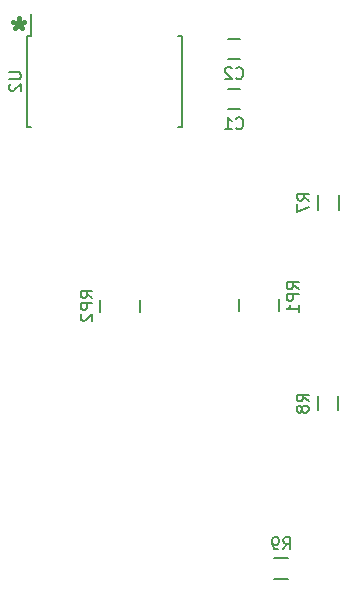
<source format=gbo>
G04 #@! TF.FileFunction,Legend,Bot*
%FSLAX46Y46*%
G04 Gerber Fmt 4.6, Leading zero omitted, Abs format (unit mm)*
G04 Created by KiCad (PCBNEW (2016-01-25 BZR 6514, Git a23e712)-product) date Tue 24 May 2016 06:15:30 PM CST*
%MOMM*%
G01*
G04 APERTURE LIST*
%ADD10C,0.100000*%
%ADD11C,0.400000*%
%ADD12C,0.150000*%
G04 APERTURE END LIST*
D10*
D11*
X6500000Y55845238D02*
X6500000Y55369048D01*
X6023809Y55559524D02*
X6500000Y55369048D01*
X6976190Y55559524D01*
X6214285Y54988095D02*
X6500000Y55369048D01*
X6785714Y54988095D01*
D12*
X28525000Y31050000D02*
X28525000Y32050000D01*
X25175000Y31050000D02*
X25175000Y32050000D01*
X7175000Y54375000D02*
X7510000Y54375000D01*
X7175000Y46625000D02*
X7510000Y46625000D01*
X20325000Y46625000D02*
X19990000Y46625000D01*
X20325000Y54375000D02*
X19990000Y54375000D01*
X7175000Y54375000D02*
X7175000Y46625000D01*
X20325000Y54375000D02*
X20325000Y46625000D01*
X7510000Y54375000D02*
X7510000Y56175000D01*
X25250000Y48150000D02*
X24250000Y48150000D01*
X24250000Y49850000D02*
X25250000Y49850000D01*
X25250000Y52400000D02*
X24250000Y52400000D01*
X24250000Y54100000D02*
X25250000Y54100000D01*
X33625000Y39650000D02*
X33625000Y40850000D01*
X31875000Y40850000D02*
X31875000Y39650000D01*
X33575000Y22650000D02*
X33575000Y23850000D01*
X31825000Y23850000D02*
X31825000Y22650000D01*
X28150000Y8375000D02*
X29350000Y8375000D01*
X29350000Y10125000D02*
X28150000Y10125000D01*
X16775000Y31000000D02*
X16775000Y32000000D01*
X13425000Y31000000D02*
X13425000Y32000000D01*
X30202381Y32916666D02*
X29726190Y33250000D01*
X30202381Y33488095D02*
X29202381Y33488095D01*
X29202381Y33107142D01*
X29250000Y33011904D01*
X29297619Y32964285D01*
X29392857Y32916666D01*
X29535714Y32916666D01*
X29630952Y32964285D01*
X29678571Y33011904D01*
X29726190Y33107142D01*
X29726190Y33488095D01*
X30202381Y32488095D02*
X29202381Y32488095D01*
X29202381Y32107142D01*
X29250000Y32011904D01*
X29297619Y31964285D01*
X29392857Y31916666D01*
X29535714Y31916666D01*
X29630952Y31964285D01*
X29678571Y32011904D01*
X29726190Y32107142D01*
X29726190Y32488095D01*
X30202381Y30964285D02*
X30202381Y31535714D01*
X30202381Y31250000D02*
X29202381Y31250000D01*
X29345238Y31345238D01*
X29440476Y31440476D01*
X29488095Y31535714D01*
X5702381Y51261905D02*
X6511905Y51261905D01*
X6607143Y51214286D01*
X6654762Y51166667D01*
X6702381Y51071429D01*
X6702381Y50880952D01*
X6654762Y50785714D01*
X6607143Y50738095D01*
X6511905Y50690476D01*
X5702381Y50690476D01*
X5797619Y50261905D02*
X5750000Y50214286D01*
X5702381Y50119048D01*
X5702381Y49880952D01*
X5750000Y49785714D01*
X5797619Y49738095D01*
X5892857Y49690476D01*
X5988095Y49690476D01*
X6130952Y49738095D01*
X6702381Y50309524D01*
X6702381Y49690476D01*
X24916666Y46542857D02*
X24964285Y46495238D01*
X25107142Y46447619D01*
X25202380Y46447619D01*
X25345238Y46495238D01*
X25440476Y46590476D01*
X25488095Y46685714D01*
X25535714Y46876190D01*
X25535714Y47019048D01*
X25488095Y47209524D01*
X25440476Y47304762D01*
X25345238Y47400000D01*
X25202380Y47447619D01*
X25107142Y47447619D01*
X24964285Y47400000D01*
X24916666Y47352381D01*
X23964285Y46447619D02*
X24535714Y46447619D01*
X24250000Y46447619D02*
X24250000Y47447619D01*
X24345238Y47304762D01*
X24440476Y47209524D01*
X24535714Y47161905D01*
X24916666Y50792857D02*
X24964285Y50745238D01*
X25107142Y50697619D01*
X25202380Y50697619D01*
X25345238Y50745238D01*
X25440476Y50840476D01*
X25488095Y50935714D01*
X25535714Y51126190D01*
X25535714Y51269048D01*
X25488095Y51459524D01*
X25440476Y51554762D01*
X25345238Y51650000D01*
X25202380Y51697619D01*
X25107142Y51697619D01*
X24964285Y51650000D01*
X24916666Y51602381D01*
X24535714Y51602381D02*
X24488095Y51650000D01*
X24392857Y51697619D01*
X24154761Y51697619D01*
X24059523Y51650000D01*
X24011904Y51602381D01*
X23964285Y51507143D01*
X23964285Y51411905D01*
X24011904Y51269048D01*
X24583333Y50697619D01*
X23964285Y50697619D01*
X31102381Y40416666D02*
X30626190Y40750000D01*
X31102381Y40988095D02*
X30102381Y40988095D01*
X30102381Y40607142D01*
X30150000Y40511904D01*
X30197619Y40464285D01*
X30292857Y40416666D01*
X30435714Y40416666D01*
X30530952Y40464285D01*
X30578571Y40511904D01*
X30626190Y40607142D01*
X30626190Y40988095D01*
X30102381Y40083333D02*
X30102381Y39416666D01*
X31102381Y39845238D01*
X31052381Y23416666D02*
X30576190Y23750000D01*
X31052381Y23988095D02*
X30052381Y23988095D01*
X30052381Y23607142D01*
X30100000Y23511904D01*
X30147619Y23464285D01*
X30242857Y23416666D01*
X30385714Y23416666D01*
X30480952Y23464285D01*
X30528571Y23511904D01*
X30576190Y23607142D01*
X30576190Y23988095D01*
X30480952Y22845238D02*
X30433333Y22940476D01*
X30385714Y22988095D01*
X30290476Y23035714D01*
X30242857Y23035714D01*
X30147619Y22988095D01*
X30100000Y22940476D01*
X30052381Y22845238D01*
X30052381Y22654761D01*
X30100000Y22559523D01*
X30147619Y22511904D01*
X30242857Y22464285D01*
X30290476Y22464285D01*
X30385714Y22511904D01*
X30433333Y22559523D01*
X30480952Y22654761D01*
X30480952Y22845238D01*
X30528571Y22940476D01*
X30576190Y22988095D01*
X30671429Y23035714D01*
X30861905Y23035714D01*
X30957143Y22988095D01*
X31004762Y22940476D01*
X31052381Y22845238D01*
X31052381Y22654761D01*
X31004762Y22559523D01*
X30957143Y22511904D01*
X30861905Y22464285D01*
X30671429Y22464285D01*
X30576190Y22511904D01*
X30528571Y22559523D01*
X30480952Y22654761D01*
X28916666Y10897619D02*
X29250000Y11373810D01*
X29488095Y10897619D02*
X29488095Y11897619D01*
X29107142Y11897619D01*
X29011904Y11850000D01*
X28964285Y11802381D01*
X28916666Y11707143D01*
X28916666Y11564286D01*
X28964285Y11469048D01*
X29011904Y11421429D01*
X29107142Y11373810D01*
X29488095Y11373810D01*
X28440476Y10897619D02*
X28250000Y10897619D01*
X28154761Y10945238D01*
X28107142Y10992857D01*
X28011904Y11135714D01*
X27964285Y11326190D01*
X27964285Y11707143D01*
X28011904Y11802381D01*
X28059523Y11850000D01*
X28154761Y11897619D01*
X28345238Y11897619D01*
X28440476Y11850000D01*
X28488095Y11802381D01*
X28535714Y11707143D01*
X28535714Y11469048D01*
X28488095Y11373810D01*
X28440476Y11326190D01*
X28345238Y11278571D01*
X28154761Y11278571D01*
X28059523Y11326190D01*
X28011904Y11373810D01*
X27964285Y11469048D01*
X12752381Y32166666D02*
X12276190Y32500000D01*
X12752381Y32738095D02*
X11752381Y32738095D01*
X11752381Y32357142D01*
X11800000Y32261904D01*
X11847619Y32214285D01*
X11942857Y32166666D01*
X12085714Y32166666D01*
X12180952Y32214285D01*
X12228571Y32261904D01*
X12276190Y32357142D01*
X12276190Y32738095D01*
X12752381Y31738095D02*
X11752381Y31738095D01*
X11752381Y31357142D01*
X11800000Y31261904D01*
X11847619Y31214285D01*
X11942857Y31166666D01*
X12085714Y31166666D01*
X12180952Y31214285D01*
X12228571Y31261904D01*
X12276190Y31357142D01*
X12276190Y31738095D01*
X11847619Y30785714D02*
X11800000Y30738095D01*
X11752381Y30642857D01*
X11752381Y30404761D01*
X11800000Y30309523D01*
X11847619Y30261904D01*
X11942857Y30214285D01*
X12038095Y30214285D01*
X12180952Y30261904D01*
X12752381Y30833333D01*
X12752381Y30214285D01*
M02*

</source>
